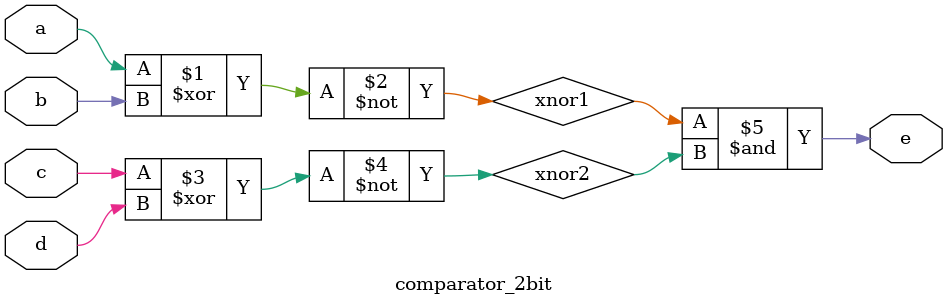
<source format=v>
`timescale 1ns / 1ps


module comparator_2bit(input a,input b,input c,input d,output e);
wire xnor1,xnor2;
xnor(xnor1,a,b);
xnor(xnor2,c,d);
and(e,xnor1,xnor2);
endmodule

</source>
